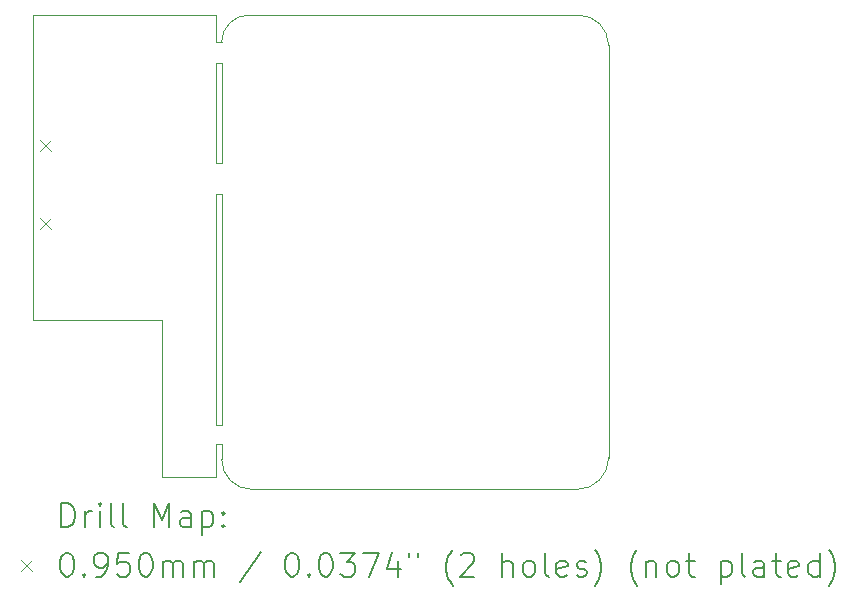
<source format=gbr>
%TF.GenerationSoftware,KiCad,Pcbnew,7.0.1*%
%TF.CreationDate,2024-02-26T17:06:04+01:00*%
%TF.ProjectId,armband,61726d62-616e-4642-9e6b-696361645f70,rev?*%
%TF.SameCoordinates,Original*%
%TF.FileFunction,Drillmap*%
%TF.FilePolarity,Positive*%
%FSLAX45Y45*%
G04 Gerber Fmt 4.5, Leading zero omitted, Abs format (unit mm)*
G04 Created by KiCad (PCBNEW 7.0.1) date 2024-02-26 17:06:04*
%MOMM*%
%LPD*%
G01*
G04 APERTURE LIST*
%ADD10C,0.100000*%
%ADD11C,0.200000*%
%ADD12C,0.095000*%
G04 APERTURE END LIST*
D10*
X12547600Y-5181600D02*
X12598400Y-5181600D01*
X12598400Y-6024400D01*
X12547600Y-6024400D01*
X12547600Y-5181600D01*
X12547600Y-4775200D02*
X11000000Y-4775200D01*
X12547600Y-5003800D02*
X12547600Y-4775200D01*
X12854205Y-8788400D02*
X15608300Y-8788400D01*
X12090400Y-8686800D02*
X12547600Y-8686800D01*
X15874991Y-5027924D02*
G75*
G03*
X15619195Y-4772119I-255802J4D01*
G01*
X11000000Y-4775200D02*
X11000000Y-7350000D01*
X12598400Y-8532595D02*
G75*
G03*
X12854205Y-8788400I255810J5D01*
G01*
X12547600Y-5003800D02*
X12598400Y-5003800D01*
X12090400Y-7350000D02*
X12090400Y-8686800D01*
X15608300Y-8788400D02*
G75*
G03*
X15875000Y-8521700I0J266700D01*
G01*
X12598400Y-8532595D02*
X12598400Y-8400000D01*
X12547600Y-8686800D02*
X12547600Y-8400000D01*
X12830081Y-4772119D02*
X15619195Y-4772119D01*
X12598400Y-8400000D02*
X12547600Y-8400000D01*
X15875000Y-5027924D02*
X15875000Y-8521700D01*
X12547600Y-6290000D02*
X12598400Y-6290000D01*
X12598400Y-8239000D01*
X12547600Y-8239000D01*
X12547600Y-6290000D01*
X11000000Y-7350000D02*
X12090400Y-7350000D01*
X12830081Y-4772120D02*
G75*
G03*
X12598400Y-5003800I-2J-231680D01*
G01*
D11*
D12*
X11058000Y-5832000D02*
X11153000Y-5927000D01*
X11153000Y-5832000D02*
X11058000Y-5927000D01*
X11058000Y-6492000D02*
X11153000Y-6587000D01*
X11153000Y-6492000D02*
X11058000Y-6587000D01*
D11*
X11242619Y-9105924D02*
X11242619Y-8905924D01*
X11242619Y-8905924D02*
X11290238Y-8905924D01*
X11290238Y-8905924D02*
X11318809Y-8915448D01*
X11318809Y-8915448D02*
X11337857Y-8934495D01*
X11337857Y-8934495D02*
X11347381Y-8953543D01*
X11347381Y-8953543D02*
X11356905Y-8991638D01*
X11356905Y-8991638D02*
X11356905Y-9020210D01*
X11356905Y-9020210D02*
X11347381Y-9058305D01*
X11347381Y-9058305D02*
X11337857Y-9077352D01*
X11337857Y-9077352D02*
X11318809Y-9096400D01*
X11318809Y-9096400D02*
X11290238Y-9105924D01*
X11290238Y-9105924D02*
X11242619Y-9105924D01*
X11442619Y-9105924D02*
X11442619Y-8972590D01*
X11442619Y-9010686D02*
X11452143Y-8991638D01*
X11452143Y-8991638D02*
X11461667Y-8982114D01*
X11461667Y-8982114D02*
X11480714Y-8972590D01*
X11480714Y-8972590D02*
X11499762Y-8972590D01*
X11566428Y-9105924D02*
X11566428Y-8972590D01*
X11566428Y-8905924D02*
X11556905Y-8915448D01*
X11556905Y-8915448D02*
X11566428Y-8924971D01*
X11566428Y-8924971D02*
X11575952Y-8915448D01*
X11575952Y-8915448D02*
X11566428Y-8905924D01*
X11566428Y-8905924D02*
X11566428Y-8924971D01*
X11690238Y-9105924D02*
X11671190Y-9096400D01*
X11671190Y-9096400D02*
X11661667Y-9077352D01*
X11661667Y-9077352D02*
X11661667Y-8905924D01*
X11795000Y-9105924D02*
X11775952Y-9096400D01*
X11775952Y-9096400D02*
X11766428Y-9077352D01*
X11766428Y-9077352D02*
X11766428Y-8905924D01*
X12023571Y-9105924D02*
X12023571Y-8905924D01*
X12023571Y-8905924D02*
X12090238Y-9048781D01*
X12090238Y-9048781D02*
X12156905Y-8905924D01*
X12156905Y-8905924D02*
X12156905Y-9105924D01*
X12337857Y-9105924D02*
X12337857Y-9001162D01*
X12337857Y-9001162D02*
X12328333Y-8982114D01*
X12328333Y-8982114D02*
X12309286Y-8972590D01*
X12309286Y-8972590D02*
X12271190Y-8972590D01*
X12271190Y-8972590D02*
X12252143Y-8982114D01*
X12337857Y-9096400D02*
X12318809Y-9105924D01*
X12318809Y-9105924D02*
X12271190Y-9105924D01*
X12271190Y-9105924D02*
X12252143Y-9096400D01*
X12252143Y-9096400D02*
X12242619Y-9077352D01*
X12242619Y-9077352D02*
X12242619Y-9058305D01*
X12242619Y-9058305D02*
X12252143Y-9039257D01*
X12252143Y-9039257D02*
X12271190Y-9029733D01*
X12271190Y-9029733D02*
X12318809Y-9029733D01*
X12318809Y-9029733D02*
X12337857Y-9020210D01*
X12433095Y-8972590D02*
X12433095Y-9172590D01*
X12433095Y-8982114D02*
X12452143Y-8972590D01*
X12452143Y-8972590D02*
X12490238Y-8972590D01*
X12490238Y-8972590D02*
X12509286Y-8982114D01*
X12509286Y-8982114D02*
X12518809Y-8991638D01*
X12518809Y-8991638D02*
X12528333Y-9010686D01*
X12528333Y-9010686D02*
X12528333Y-9067829D01*
X12528333Y-9067829D02*
X12518809Y-9086876D01*
X12518809Y-9086876D02*
X12509286Y-9096400D01*
X12509286Y-9096400D02*
X12490238Y-9105924D01*
X12490238Y-9105924D02*
X12452143Y-9105924D01*
X12452143Y-9105924D02*
X12433095Y-9096400D01*
X12614048Y-9086876D02*
X12623571Y-9096400D01*
X12623571Y-9096400D02*
X12614048Y-9105924D01*
X12614048Y-9105924D02*
X12604524Y-9096400D01*
X12604524Y-9096400D02*
X12614048Y-9086876D01*
X12614048Y-9086876D02*
X12614048Y-9105924D01*
X12614048Y-8982114D02*
X12623571Y-8991638D01*
X12623571Y-8991638D02*
X12614048Y-9001162D01*
X12614048Y-9001162D02*
X12604524Y-8991638D01*
X12604524Y-8991638D02*
X12614048Y-8982114D01*
X12614048Y-8982114D02*
X12614048Y-9001162D01*
D12*
X10900000Y-9385900D02*
X10995000Y-9480900D01*
X10995000Y-9385900D02*
X10900000Y-9480900D01*
D11*
X11280714Y-9325924D02*
X11299762Y-9325924D01*
X11299762Y-9325924D02*
X11318809Y-9335448D01*
X11318809Y-9335448D02*
X11328333Y-9344971D01*
X11328333Y-9344971D02*
X11337857Y-9364019D01*
X11337857Y-9364019D02*
X11347381Y-9402114D01*
X11347381Y-9402114D02*
X11347381Y-9449733D01*
X11347381Y-9449733D02*
X11337857Y-9487829D01*
X11337857Y-9487829D02*
X11328333Y-9506876D01*
X11328333Y-9506876D02*
X11318809Y-9516400D01*
X11318809Y-9516400D02*
X11299762Y-9525924D01*
X11299762Y-9525924D02*
X11280714Y-9525924D01*
X11280714Y-9525924D02*
X11261667Y-9516400D01*
X11261667Y-9516400D02*
X11252143Y-9506876D01*
X11252143Y-9506876D02*
X11242619Y-9487829D01*
X11242619Y-9487829D02*
X11233095Y-9449733D01*
X11233095Y-9449733D02*
X11233095Y-9402114D01*
X11233095Y-9402114D02*
X11242619Y-9364019D01*
X11242619Y-9364019D02*
X11252143Y-9344971D01*
X11252143Y-9344971D02*
X11261667Y-9335448D01*
X11261667Y-9335448D02*
X11280714Y-9325924D01*
X11433095Y-9506876D02*
X11442619Y-9516400D01*
X11442619Y-9516400D02*
X11433095Y-9525924D01*
X11433095Y-9525924D02*
X11423571Y-9516400D01*
X11423571Y-9516400D02*
X11433095Y-9506876D01*
X11433095Y-9506876D02*
X11433095Y-9525924D01*
X11537857Y-9525924D02*
X11575952Y-9525924D01*
X11575952Y-9525924D02*
X11595000Y-9516400D01*
X11595000Y-9516400D02*
X11604524Y-9506876D01*
X11604524Y-9506876D02*
X11623571Y-9478305D01*
X11623571Y-9478305D02*
X11633095Y-9440210D01*
X11633095Y-9440210D02*
X11633095Y-9364019D01*
X11633095Y-9364019D02*
X11623571Y-9344971D01*
X11623571Y-9344971D02*
X11614048Y-9335448D01*
X11614048Y-9335448D02*
X11595000Y-9325924D01*
X11595000Y-9325924D02*
X11556905Y-9325924D01*
X11556905Y-9325924D02*
X11537857Y-9335448D01*
X11537857Y-9335448D02*
X11528333Y-9344971D01*
X11528333Y-9344971D02*
X11518809Y-9364019D01*
X11518809Y-9364019D02*
X11518809Y-9411638D01*
X11518809Y-9411638D02*
X11528333Y-9430686D01*
X11528333Y-9430686D02*
X11537857Y-9440210D01*
X11537857Y-9440210D02*
X11556905Y-9449733D01*
X11556905Y-9449733D02*
X11595000Y-9449733D01*
X11595000Y-9449733D02*
X11614048Y-9440210D01*
X11614048Y-9440210D02*
X11623571Y-9430686D01*
X11623571Y-9430686D02*
X11633095Y-9411638D01*
X11814048Y-9325924D02*
X11718809Y-9325924D01*
X11718809Y-9325924D02*
X11709286Y-9421162D01*
X11709286Y-9421162D02*
X11718809Y-9411638D01*
X11718809Y-9411638D02*
X11737857Y-9402114D01*
X11737857Y-9402114D02*
X11785476Y-9402114D01*
X11785476Y-9402114D02*
X11804524Y-9411638D01*
X11804524Y-9411638D02*
X11814048Y-9421162D01*
X11814048Y-9421162D02*
X11823571Y-9440210D01*
X11823571Y-9440210D02*
X11823571Y-9487829D01*
X11823571Y-9487829D02*
X11814048Y-9506876D01*
X11814048Y-9506876D02*
X11804524Y-9516400D01*
X11804524Y-9516400D02*
X11785476Y-9525924D01*
X11785476Y-9525924D02*
X11737857Y-9525924D01*
X11737857Y-9525924D02*
X11718809Y-9516400D01*
X11718809Y-9516400D02*
X11709286Y-9506876D01*
X11947381Y-9325924D02*
X11966429Y-9325924D01*
X11966429Y-9325924D02*
X11985476Y-9335448D01*
X11985476Y-9335448D02*
X11995000Y-9344971D01*
X11995000Y-9344971D02*
X12004524Y-9364019D01*
X12004524Y-9364019D02*
X12014048Y-9402114D01*
X12014048Y-9402114D02*
X12014048Y-9449733D01*
X12014048Y-9449733D02*
X12004524Y-9487829D01*
X12004524Y-9487829D02*
X11995000Y-9506876D01*
X11995000Y-9506876D02*
X11985476Y-9516400D01*
X11985476Y-9516400D02*
X11966429Y-9525924D01*
X11966429Y-9525924D02*
X11947381Y-9525924D01*
X11947381Y-9525924D02*
X11928333Y-9516400D01*
X11928333Y-9516400D02*
X11918809Y-9506876D01*
X11918809Y-9506876D02*
X11909286Y-9487829D01*
X11909286Y-9487829D02*
X11899762Y-9449733D01*
X11899762Y-9449733D02*
X11899762Y-9402114D01*
X11899762Y-9402114D02*
X11909286Y-9364019D01*
X11909286Y-9364019D02*
X11918809Y-9344971D01*
X11918809Y-9344971D02*
X11928333Y-9335448D01*
X11928333Y-9335448D02*
X11947381Y-9325924D01*
X12099762Y-9525924D02*
X12099762Y-9392590D01*
X12099762Y-9411638D02*
X12109286Y-9402114D01*
X12109286Y-9402114D02*
X12128333Y-9392590D01*
X12128333Y-9392590D02*
X12156905Y-9392590D01*
X12156905Y-9392590D02*
X12175952Y-9402114D01*
X12175952Y-9402114D02*
X12185476Y-9421162D01*
X12185476Y-9421162D02*
X12185476Y-9525924D01*
X12185476Y-9421162D02*
X12195000Y-9402114D01*
X12195000Y-9402114D02*
X12214048Y-9392590D01*
X12214048Y-9392590D02*
X12242619Y-9392590D01*
X12242619Y-9392590D02*
X12261667Y-9402114D01*
X12261667Y-9402114D02*
X12271190Y-9421162D01*
X12271190Y-9421162D02*
X12271190Y-9525924D01*
X12366429Y-9525924D02*
X12366429Y-9392590D01*
X12366429Y-9411638D02*
X12375952Y-9402114D01*
X12375952Y-9402114D02*
X12395000Y-9392590D01*
X12395000Y-9392590D02*
X12423571Y-9392590D01*
X12423571Y-9392590D02*
X12442619Y-9402114D01*
X12442619Y-9402114D02*
X12452143Y-9421162D01*
X12452143Y-9421162D02*
X12452143Y-9525924D01*
X12452143Y-9421162D02*
X12461667Y-9402114D01*
X12461667Y-9402114D02*
X12480714Y-9392590D01*
X12480714Y-9392590D02*
X12509286Y-9392590D01*
X12509286Y-9392590D02*
X12528333Y-9402114D01*
X12528333Y-9402114D02*
X12537857Y-9421162D01*
X12537857Y-9421162D02*
X12537857Y-9525924D01*
X12928333Y-9316400D02*
X12756905Y-9573543D01*
X13185476Y-9325924D02*
X13204524Y-9325924D01*
X13204524Y-9325924D02*
X13223572Y-9335448D01*
X13223572Y-9335448D02*
X13233095Y-9344971D01*
X13233095Y-9344971D02*
X13242619Y-9364019D01*
X13242619Y-9364019D02*
X13252143Y-9402114D01*
X13252143Y-9402114D02*
X13252143Y-9449733D01*
X13252143Y-9449733D02*
X13242619Y-9487829D01*
X13242619Y-9487829D02*
X13233095Y-9506876D01*
X13233095Y-9506876D02*
X13223572Y-9516400D01*
X13223572Y-9516400D02*
X13204524Y-9525924D01*
X13204524Y-9525924D02*
X13185476Y-9525924D01*
X13185476Y-9525924D02*
X13166429Y-9516400D01*
X13166429Y-9516400D02*
X13156905Y-9506876D01*
X13156905Y-9506876D02*
X13147381Y-9487829D01*
X13147381Y-9487829D02*
X13137857Y-9449733D01*
X13137857Y-9449733D02*
X13137857Y-9402114D01*
X13137857Y-9402114D02*
X13147381Y-9364019D01*
X13147381Y-9364019D02*
X13156905Y-9344971D01*
X13156905Y-9344971D02*
X13166429Y-9335448D01*
X13166429Y-9335448D02*
X13185476Y-9325924D01*
X13337857Y-9506876D02*
X13347381Y-9516400D01*
X13347381Y-9516400D02*
X13337857Y-9525924D01*
X13337857Y-9525924D02*
X13328333Y-9516400D01*
X13328333Y-9516400D02*
X13337857Y-9506876D01*
X13337857Y-9506876D02*
X13337857Y-9525924D01*
X13471191Y-9325924D02*
X13490238Y-9325924D01*
X13490238Y-9325924D02*
X13509286Y-9335448D01*
X13509286Y-9335448D02*
X13518810Y-9344971D01*
X13518810Y-9344971D02*
X13528333Y-9364019D01*
X13528333Y-9364019D02*
X13537857Y-9402114D01*
X13537857Y-9402114D02*
X13537857Y-9449733D01*
X13537857Y-9449733D02*
X13528333Y-9487829D01*
X13528333Y-9487829D02*
X13518810Y-9506876D01*
X13518810Y-9506876D02*
X13509286Y-9516400D01*
X13509286Y-9516400D02*
X13490238Y-9525924D01*
X13490238Y-9525924D02*
X13471191Y-9525924D01*
X13471191Y-9525924D02*
X13452143Y-9516400D01*
X13452143Y-9516400D02*
X13442619Y-9506876D01*
X13442619Y-9506876D02*
X13433095Y-9487829D01*
X13433095Y-9487829D02*
X13423572Y-9449733D01*
X13423572Y-9449733D02*
X13423572Y-9402114D01*
X13423572Y-9402114D02*
X13433095Y-9364019D01*
X13433095Y-9364019D02*
X13442619Y-9344971D01*
X13442619Y-9344971D02*
X13452143Y-9335448D01*
X13452143Y-9335448D02*
X13471191Y-9325924D01*
X13604524Y-9325924D02*
X13728333Y-9325924D01*
X13728333Y-9325924D02*
X13661667Y-9402114D01*
X13661667Y-9402114D02*
X13690238Y-9402114D01*
X13690238Y-9402114D02*
X13709286Y-9411638D01*
X13709286Y-9411638D02*
X13718810Y-9421162D01*
X13718810Y-9421162D02*
X13728333Y-9440210D01*
X13728333Y-9440210D02*
X13728333Y-9487829D01*
X13728333Y-9487829D02*
X13718810Y-9506876D01*
X13718810Y-9506876D02*
X13709286Y-9516400D01*
X13709286Y-9516400D02*
X13690238Y-9525924D01*
X13690238Y-9525924D02*
X13633095Y-9525924D01*
X13633095Y-9525924D02*
X13614048Y-9516400D01*
X13614048Y-9516400D02*
X13604524Y-9506876D01*
X13795000Y-9325924D02*
X13928333Y-9325924D01*
X13928333Y-9325924D02*
X13842619Y-9525924D01*
X14090238Y-9392590D02*
X14090238Y-9525924D01*
X14042619Y-9316400D02*
X13995000Y-9459257D01*
X13995000Y-9459257D02*
X14118810Y-9459257D01*
X14185476Y-9325924D02*
X14185476Y-9364019D01*
X14261667Y-9325924D02*
X14261667Y-9364019D01*
X14556905Y-9602114D02*
X14547381Y-9592590D01*
X14547381Y-9592590D02*
X14528334Y-9564019D01*
X14528334Y-9564019D02*
X14518810Y-9544971D01*
X14518810Y-9544971D02*
X14509286Y-9516400D01*
X14509286Y-9516400D02*
X14499762Y-9468781D01*
X14499762Y-9468781D02*
X14499762Y-9430686D01*
X14499762Y-9430686D02*
X14509286Y-9383067D01*
X14509286Y-9383067D02*
X14518810Y-9354495D01*
X14518810Y-9354495D02*
X14528334Y-9335448D01*
X14528334Y-9335448D02*
X14547381Y-9306876D01*
X14547381Y-9306876D02*
X14556905Y-9297352D01*
X14623572Y-9344971D02*
X14633095Y-9335448D01*
X14633095Y-9335448D02*
X14652143Y-9325924D01*
X14652143Y-9325924D02*
X14699762Y-9325924D01*
X14699762Y-9325924D02*
X14718810Y-9335448D01*
X14718810Y-9335448D02*
X14728334Y-9344971D01*
X14728334Y-9344971D02*
X14737857Y-9364019D01*
X14737857Y-9364019D02*
X14737857Y-9383067D01*
X14737857Y-9383067D02*
X14728334Y-9411638D01*
X14728334Y-9411638D02*
X14614048Y-9525924D01*
X14614048Y-9525924D02*
X14737857Y-9525924D01*
X14975953Y-9525924D02*
X14975953Y-9325924D01*
X15061667Y-9525924D02*
X15061667Y-9421162D01*
X15061667Y-9421162D02*
X15052143Y-9402114D01*
X15052143Y-9402114D02*
X15033096Y-9392590D01*
X15033096Y-9392590D02*
X15004524Y-9392590D01*
X15004524Y-9392590D02*
X14985476Y-9402114D01*
X14985476Y-9402114D02*
X14975953Y-9411638D01*
X15185476Y-9525924D02*
X15166429Y-9516400D01*
X15166429Y-9516400D02*
X15156905Y-9506876D01*
X15156905Y-9506876D02*
X15147381Y-9487829D01*
X15147381Y-9487829D02*
X15147381Y-9430686D01*
X15147381Y-9430686D02*
X15156905Y-9411638D01*
X15156905Y-9411638D02*
X15166429Y-9402114D01*
X15166429Y-9402114D02*
X15185476Y-9392590D01*
X15185476Y-9392590D02*
X15214048Y-9392590D01*
X15214048Y-9392590D02*
X15233096Y-9402114D01*
X15233096Y-9402114D02*
X15242619Y-9411638D01*
X15242619Y-9411638D02*
X15252143Y-9430686D01*
X15252143Y-9430686D02*
X15252143Y-9487829D01*
X15252143Y-9487829D02*
X15242619Y-9506876D01*
X15242619Y-9506876D02*
X15233096Y-9516400D01*
X15233096Y-9516400D02*
X15214048Y-9525924D01*
X15214048Y-9525924D02*
X15185476Y-9525924D01*
X15366429Y-9525924D02*
X15347381Y-9516400D01*
X15347381Y-9516400D02*
X15337857Y-9497352D01*
X15337857Y-9497352D02*
X15337857Y-9325924D01*
X15518810Y-9516400D02*
X15499762Y-9525924D01*
X15499762Y-9525924D02*
X15461667Y-9525924D01*
X15461667Y-9525924D02*
X15442619Y-9516400D01*
X15442619Y-9516400D02*
X15433096Y-9497352D01*
X15433096Y-9497352D02*
X15433096Y-9421162D01*
X15433096Y-9421162D02*
X15442619Y-9402114D01*
X15442619Y-9402114D02*
X15461667Y-9392590D01*
X15461667Y-9392590D02*
X15499762Y-9392590D01*
X15499762Y-9392590D02*
X15518810Y-9402114D01*
X15518810Y-9402114D02*
X15528334Y-9421162D01*
X15528334Y-9421162D02*
X15528334Y-9440210D01*
X15528334Y-9440210D02*
X15433096Y-9459257D01*
X15604524Y-9516400D02*
X15623572Y-9525924D01*
X15623572Y-9525924D02*
X15661667Y-9525924D01*
X15661667Y-9525924D02*
X15680715Y-9516400D01*
X15680715Y-9516400D02*
X15690238Y-9497352D01*
X15690238Y-9497352D02*
X15690238Y-9487829D01*
X15690238Y-9487829D02*
X15680715Y-9468781D01*
X15680715Y-9468781D02*
X15661667Y-9459257D01*
X15661667Y-9459257D02*
X15633096Y-9459257D01*
X15633096Y-9459257D02*
X15614048Y-9449733D01*
X15614048Y-9449733D02*
X15604524Y-9430686D01*
X15604524Y-9430686D02*
X15604524Y-9421162D01*
X15604524Y-9421162D02*
X15614048Y-9402114D01*
X15614048Y-9402114D02*
X15633096Y-9392590D01*
X15633096Y-9392590D02*
X15661667Y-9392590D01*
X15661667Y-9392590D02*
X15680715Y-9402114D01*
X15756905Y-9602114D02*
X15766429Y-9592590D01*
X15766429Y-9592590D02*
X15785477Y-9564019D01*
X15785477Y-9564019D02*
X15795000Y-9544971D01*
X15795000Y-9544971D02*
X15804524Y-9516400D01*
X15804524Y-9516400D02*
X15814048Y-9468781D01*
X15814048Y-9468781D02*
X15814048Y-9430686D01*
X15814048Y-9430686D02*
X15804524Y-9383067D01*
X15804524Y-9383067D02*
X15795000Y-9354495D01*
X15795000Y-9354495D02*
X15785477Y-9335448D01*
X15785477Y-9335448D02*
X15766429Y-9306876D01*
X15766429Y-9306876D02*
X15756905Y-9297352D01*
X16118810Y-9602114D02*
X16109286Y-9592590D01*
X16109286Y-9592590D02*
X16090238Y-9564019D01*
X16090238Y-9564019D02*
X16080715Y-9544971D01*
X16080715Y-9544971D02*
X16071191Y-9516400D01*
X16071191Y-9516400D02*
X16061667Y-9468781D01*
X16061667Y-9468781D02*
X16061667Y-9430686D01*
X16061667Y-9430686D02*
X16071191Y-9383067D01*
X16071191Y-9383067D02*
X16080715Y-9354495D01*
X16080715Y-9354495D02*
X16090238Y-9335448D01*
X16090238Y-9335448D02*
X16109286Y-9306876D01*
X16109286Y-9306876D02*
X16118810Y-9297352D01*
X16195000Y-9392590D02*
X16195000Y-9525924D01*
X16195000Y-9411638D02*
X16204524Y-9402114D01*
X16204524Y-9402114D02*
X16223572Y-9392590D01*
X16223572Y-9392590D02*
X16252143Y-9392590D01*
X16252143Y-9392590D02*
X16271191Y-9402114D01*
X16271191Y-9402114D02*
X16280715Y-9421162D01*
X16280715Y-9421162D02*
X16280715Y-9525924D01*
X16404524Y-9525924D02*
X16385477Y-9516400D01*
X16385477Y-9516400D02*
X16375953Y-9506876D01*
X16375953Y-9506876D02*
X16366429Y-9487829D01*
X16366429Y-9487829D02*
X16366429Y-9430686D01*
X16366429Y-9430686D02*
X16375953Y-9411638D01*
X16375953Y-9411638D02*
X16385477Y-9402114D01*
X16385477Y-9402114D02*
X16404524Y-9392590D01*
X16404524Y-9392590D02*
X16433096Y-9392590D01*
X16433096Y-9392590D02*
X16452143Y-9402114D01*
X16452143Y-9402114D02*
X16461667Y-9411638D01*
X16461667Y-9411638D02*
X16471191Y-9430686D01*
X16471191Y-9430686D02*
X16471191Y-9487829D01*
X16471191Y-9487829D02*
X16461667Y-9506876D01*
X16461667Y-9506876D02*
X16452143Y-9516400D01*
X16452143Y-9516400D02*
X16433096Y-9525924D01*
X16433096Y-9525924D02*
X16404524Y-9525924D01*
X16528334Y-9392590D02*
X16604524Y-9392590D01*
X16556905Y-9325924D02*
X16556905Y-9497352D01*
X16556905Y-9497352D02*
X16566429Y-9516400D01*
X16566429Y-9516400D02*
X16585477Y-9525924D01*
X16585477Y-9525924D02*
X16604524Y-9525924D01*
X16823572Y-9392590D02*
X16823572Y-9592590D01*
X16823572Y-9402114D02*
X16842620Y-9392590D01*
X16842620Y-9392590D02*
X16880715Y-9392590D01*
X16880715Y-9392590D02*
X16899762Y-9402114D01*
X16899762Y-9402114D02*
X16909286Y-9411638D01*
X16909286Y-9411638D02*
X16918810Y-9430686D01*
X16918810Y-9430686D02*
X16918810Y-9487829D01*
X16918810Y-9487829D02*
X16909286Y-9506876D01*
X16909286Y-9506876D02*
X16899762Y-9516400D01*
X16899762Y-9516400D02*
X16880715Y-9525924D01*
X16880715Y-9525924D02*
X16842620Y-9525924D01*
X16842620Y-9525924D02*
X16823572Y-9516400D01*
X17033096Y-9525924D02*
X17014048Y-9516400D01*
X17014048Y-9516400D02*
X17004524Y-9497352D01*
X17004524Y-9497352D02*
X17004524Y-9325924D01*
X17195001Y-9525924D02*
X17195001Y-9421162D01*
X17195001Y-9421162D02*
X17185477Y-9402114D01*
X17185477Y-9402114D02*
X17166429Y-9392590D01*
X17166429Y-9392590D02*
X17128334Y-9392590D01*
X17128334Y-9392590D02*
X17109286Y-9402114D01*
X17195001Y-9516400D02*
X17175953Y-9525924D01*
X17175953Y-9525924D02*
X17128334Y-9525924D01*
X17128334Y-9525924D02*
X17109286Y-9516400D01*
X17109286Y-9516400D02*
X17099762Y-9497352D01*
X17099762Y-9497352D02*
X17099762Y-9478305D01*
X17099762Y-9478305D02*
X17109286Y-9459257D01*
X17109286Y-9459257D02*
X17128334Y-9449733D01*
X17128334Y-9449733D02*
X17175953Y-9449733D01*
X17175953Y-9449733D02*
X17195001Y-9440210D01*
X17261667Y-9392590D02*
X17337858Y-9392590D01*
X17290239Y-9325924D02*
X17290239Y-9497352D01*
X17290239Y-9497352D02*
X17299762Y-9516400D01*
X17299762Y-9516400D02*
X17318810Y-9525924D01*
X17318810Y-9525924D02*
X17337858Y-9525924D01*
X17480715Y-9516400D02*
X17461667Y-9525924D01*
X17461667Y-9525924D02*
X17423572Y-9525924D01*
X17423572Y-9525924D02*
X17404524Y-9516400D01*
X17404524Y-9516400D02*
X17395001Y-9497352D01*
X17395001Y-9497352D02*
X17395001Y-9421162D01*
X17395001Y-9421162D02*
X17404524Y-9402114D01*
X17404524Y-9402114D02*
X17423572Y-9392590D01*
X17423572Y-9392590D02*
X17461667Y-9392590D01*
X17461667Y-9392590D02*
X17480715Y-9402114D01*
X17480715Y-9402114D02*
X17490239Y-9421162D01*
X17490239Y-9421162D02*
X17490239Y-9440210D01*
X17490239Y-9440210D02*
X17395001Y-9459257D01*
X17661667Y-9525924D02*
X17661667Y-9325924D01*
X17661667Y-9516400D02*
X17642620Y-9525924D01*
X17642620Y-9525924D02*
X17604524Y-9525924D01*
X17604524Y-9525924D02*
X17585477Y-9516400D01*
X17585477Y-9516400D02*
X17575953Y-9506876D01*
X17575953Y-9506876D02*
X17566429Y-9487829D01*
X17566429Y-9487829D02*
X17566429Y-9430686D01*
X17566429Y-9430686D02*
X17575953Y-9411638D01*
X17575953Y-9411638D02*
X17585477Y-9402114D01*
X17585477Y-9402114D02*
X17604524Y-9392590D01*
X17604524Y-9392590D02*
X17642620Y-9392590D01*
X17642620Y-9392590D02*
X17661667Y-9402114D01*
X17737858Y-9602114D02*
X17747382Y-9592590D01*
X17747382Y-9592590D02*
X17766429Y-9564019D01*
X17766429Y-9564019D02*
X17775953Y-9544971D01*
X17775953Y-9544971D02*
X17785477Y-9516400D01*
X17785477Y-9516400D02*
X17795001Y-9468781D01*
X17795001Y-9468781D02*
X17795001Y-9430686D01*
X17795001Y-9430686D02*
X17785477Y-9383067D01*
X17785477Y-9383067D02*
X17775953Y-9354495D01*
X17775953Y-9354495D02*
X17766429Y-9335448D01*
X17766429Y-9335448D02*
X17747382Y-9306876D01*
X17747382Y-9306876D02*
X17737858Y-9297352D01*
M02*

</source>
